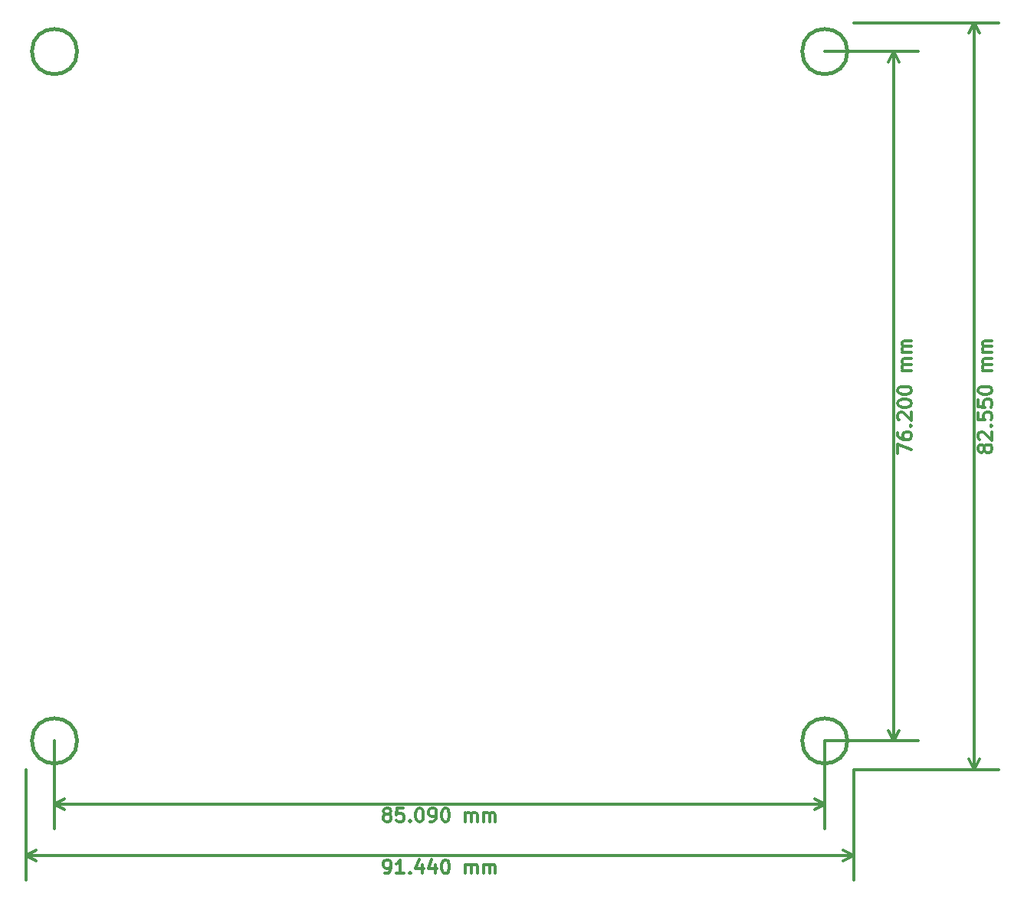
<source format=gbr>
G04 (created by PCBNEW (2013-june-11)-stable) date Thu 26 Jul 2018 16:45:46 EDT*
%MOIN*%
G04 Gerber Fmt 3.4, Leading zero omitted, Abs format*
%FSLAX34Y34*%
G01*
G70*
G90*
G04 APERTURE LIST*
%ADD10C,0.00590551*%
%ADD11C,0.011811*%
%ADD12C,0.015*%
G04 APERTURE END LIST*
G54D10*
G54D11*
X70929Y-63724D02*
X70929Y-63330D01*
X71520Y-63584D01*
X70929Y-62852D02*
X70929Y-62965D01*
X70958Y-63021D01*
X70986Y-63049D01*
X71070Y-63106D01*
X71183Y-63134D01*
X71408Y-63134D01*
X71464Y-63106D01*
X71492Y-63077D01*
X71520Y-63021D01*
X71520Y-62909D01*
X71492Y-62852D01*
X71464Y-62824D01*
X71408Y-62796D01*
X71267Y-62796D01*
X71211Y-62824D01*
X71183Y-62852D01*
X71154Y-62909D01*
X71154Y-63021D01*
X71183Y-63077D01*
X71211Y-63106D01*
X71267Y-63134D01*
X71464Y-62543D02*
X71492Y-62515D01*
X71520Y-62543D01*
X71492Y-62571D01*
X71464Y-62543D01*
X71520Y-62543D01*
X70986Y-62290D02*
X70958Y-62262D01*
X70929Y-62206D01*
X70929Y-62065D01*
X70958Y-62009D01*
X70986Y-61981D01*
X71042Y-61953D01*
X71098Y-61953D01*
X71183Y-61981D01*
X71520Y-62318D01*
X71520Y-61953D01*
X70929Y-61587D02*
X70929Y-61531D01*
X70958Y-61474D01*
X70986Y-61446D01*
X71042Y-61418D01*
X71154Y-61390D01*
X71295Y-61390D01*
X71408Y-61418D01*
X71464Y-61446D01*
X71492Y-61474D01*
X71520Y-61531D01*
X71520Y-61587D01*
X71492Y-61643D01*
X71464Y-61671D01*
X71408Y-61699D01*
X71295Y-61728D01*
X71154Y-61728D01*
X71042Y-61699D01*
X70986Y-61671D01*
X70958Y-61643D01*
X70929Y-61587D01*
X70929Y-61025D02*
X70929Y-60968D01*
X70958Y-60912D01*
X70986Y-60884D01*
X71042Y-60856D01*
X71154Y-60828D01*
X71295Y-60828D01*
X71408Y-60856D01*
X71464Y-60884D01*
X71492Y-60912D01*
X71520Y-60968D01*
X71520Y-61025D01*
X71492Y-61081D01*
X71464Y-61109D01*
X71408Y-61137D01*
X71295Y-61165D01*
X71154Y-61165D01*
X71042Y-61137D01*
X70986Y-61109D01*
X70958Y-61081D01*
X70929Y-61025D01*
X71520Y-60125D02*
X71126Y-60125D01*
X71183Y-60125D02*
X71154Y-60097D01*
X71126Y-60040D01*
X71126Y-59956D01*
X71154Y-59900D01*
X71211Y-59872D01*
X71520Y-59872D01*
X71211Y-59872D02*
X71154Y-59843D01*
X71126Y-59787D01*
X71126Y-59703D01*
X71154Y-59647D01*
X71211Y-59618D01*
X71520Y-59618D01*
X71520Y-59337D02*
X71126Y-59337D01*
X71183Y-59337D02*
X71154Y-59309D01*
X71126Y-59253D01*
X71126Y-59169D01*
X71154Y-59112D01*
X71211Y-59084D01*
X71520Y-59084D01*
X71211Y-59084D02*
X71154Y-59056D01*
X71126Y-59000D01*
X71126Y-58915D01*
X71154Y-58859D01*
X71211Y-58831D01*
X71520Y-58831D01*
X70750Y-76250D02*
X70750Y-46250D01*
X67750Y-76250D02*
X71812Y-76250D01*
X67750Y-46250D02*
X71812Y-46250D01*
X70750Y-46250D02*
X70980Y-46693D01*
X70750Y-46250D02*
X70519Y-46693D01*
X70750Y-76250D02*
X70980Y-75806D01*
X70750Y-76250D02*
X70519Y-75806D01*
X48665Y-79433D02*
X48609Y-79404D01*
X48581Y-79376D01*
X48553Y-79320D01*
X48553Y-79292D01*
X48581Y-79236D01*
X48609Y-79208D01*
X48665Y-79179D01*
X48778Y-79179D01*
X48834Y-79208D01*
X48862Y-79236D01*
X48890Y-79292D01*
X48890Y-79320D01*
X48862Y-79376D01*
X48834Y-79404D01*
X48778Y-79433D01*
X48665Y-79433D01*
X48609Y-79461D01*
X48581Y-79489D01*
X48553Y-79545D01*
X48553Y-79658D01*
X48581Y-79714D01*
X48609Y-79742D01*
X48665Y-79770D01*
X48778Y-79770D01*
X48834Y-79742D01*
X48862Y-79714D01*
X48890Y-79658D01*
X48890Y-79545D01*
X48862Y-79489D01*
X48834Y-79461D01*
X48778Y-79433D01*
X49425Y-79179D02*
X49143Y-79179D01*
X49115Y-79461D01*
X49143Y-79433D01*
X49200Y-79404D01*
X49340Y-79404D01*
X49397Y-79433D01*
X49425Y-79461D01*
X49453Y-79517D01*
X49453Y-79658D01*
X49425Y-79714D01*
X49397Y-79742D01*
X49340Y-79770D01*
X49200Y-79770D01*
X49143Y-79742D01*
X49115Y-79714D01*
X49706Y-79714D02*
X49734Y-79742D01*
X49706Y-79770D01*
X49678Y-79742D01*
X49706Y-79714D01*
X49706Y-79770D01*
X50100Y-79179D02*
X50156Y-79179D01*
X50212Y-79208D01*
X50240Y-79236D01*
X50268Y-79292D01*
X50296Y-79404D01*
X50296Y-79545D01*
X50268Y-79658D01*
X50240Y-79714D01*
X50212Y-79742D01*
X50156Y-79770D01*
X50100Y-79770D01*
X50043Y-79742D01*
X50015Y-79714D01*
X49987Y-79658D01*
X49959Y-79545D01*
X49959Y-79404D01*
X49987Y-79292D01*
X50015Y-79236D01*
X50043Y-79208D01*
X50100Y-79179D01*
X50578Y-79770D02*
X50690Y-79770D01*
X50746Y-79742D01*
X50775Y-79714D01*
X50831Y-79629D01*
X50859Y-79517D01*
X50859Y-79292D01*
X50831Y-79236D01*
X50803Y-79208D01*
X50746Y-79179D01*
X50634Y-79179D01*
X50578Y-79208D01*
X50550Y-79236D01*
X50521Y-79292D01*
X50521Y-79433D01*
X50550Y-79489D01*
X50578Y-79517D01*
X50634Y-79545D01*
X50746Y-79545D01*
X50803Y-79517D01*
X50831Y-79489D01*
X50859Y-79433D01*
X51224Y-79179D02*
X51281Y-79179D01*
X51337Y-79208D01*
X51365Y-79236D01*
X51393Y-79292D01*
X51421Y-79404D01*
X51421Y-79545D01*
X51393Y-79658D01*
X51365Y-79714D01*
X51337Y-79742D01*
X51281Y-79770D01*
X51224Y-79770D01*
X51168Y-79742D01*
X51140Y-79714D01*
X51112Y-79658D01*
X51084Y-79545D01*
X51084Y-79404D01*
X51112Y-79292D01*
X51140Y-79236D01*
X51168Y-79208D01*
X51224Y-79179D01*
X52124Y-79770D02*
X52124Y-79376D01*
X52124Y-79433D02*
X52152Y-79404D01*
X52209Y-79376D01*
X52293Y-79376D01*
X52349Y-79404D01*
X52377Y-79461D01*
X52377Y-79770D01*
X52377Y-79461D02*
X52406Y-79404D01*
X52462Y-79376D01*
X52546Y-79376D01*
X52602Y-79404D01*
X52631Y-79461D01*
X52631Y-79770D01*
X52912Y-79770D02*
X52912Y-79376D01*
X52912Y-79433D02*
X52940Y-79404D01*
X52996Y-79376D01*
X53080Y-79376D01*
X53137Y-79404D01*
X53165Y-79461D01*
X53165Y-79770D01*
X53165Y-79461D02*
X53193Y-79404D01*
X53249Y-79376D01*
X53334Y-79376D01*
X53390Y-79404D01*
X53418Y-79461D01*
X53418Y-79770D01*
X34250Y-78999D02*
X67750Y-78999D01*
X34250Y-76250D02*
X34250Y-80062D01*
X67750Y-76250D02*
X67750Y-80062D01*
X67750Y-78999D02*
X67306Y-79230D01*
X67750Y-78999D02*
X67306Y-78769D01*
X34250Y-78999D02*
X34693Y-79230D01*
X34250Y-78999D02*
X34693Y-78769D01*
X74683Y-63584D02*
X74654Y-63640D01*
X74626Y-63668D01*
X74570Y-63696D01*
X74542Y-63696D01*
X74486Y-63668D01*
X74458Y-63640D01*
X74429Y-63584D01*
X74429Y-63471D01*
X74458Y-63415D01*
X74486Y-63387D01*
X74542Y-63359D01*
X74570Y-63359D01*
X74626Y-63387D01*
X74654Y-63415D01*
X74683Y-63471D01*
X74683Y-63584D01*
X74711Y-63640D01*
X74739Y-63668D01*
X74795Y-63696D01*
X74908Y-63696D01*
X74964Y-63668D01*
X74992Y-63640D01*
X75020Y-63584D01*
X75020Y-63471D01*
X74992Y-63415D01*
X74964Y-63387D01*
X74908Y-63359D01*
X74795Y-63359D01*
X74739Y-63387D01*
X74711Y-63415D01*
X74683Y-63471D01*
X74486Y-63134D02*
X74458Y-63106D01*
X74429Y-63049D01*
X74429Y-62909D01*
X74458Y-62852D01*
X74486Y-62824D01*
X74542Y-62796D01*
X74598Y-62796D01*
X74683Y-62824D01*
X75020Y-63162D01*
X75020Y-62796D01*
X74964Y-62543D02*
X74992Y-62515D01*
X75020Y-62543D01*
X74992Y-62571D01*
X74964Y-62543D01*
X75020Y-62543D01*
X74429Y-61981D02*
X74429Y-62262D01*
X74711Y-62290D01*
X74683Y-62262D01*
X74654Y-62206D01*
X74654Y-62065D01*
X74683Y-62009D01*
X74711Y-61981D01*
X74767Y-61953D01*
X74908Y-61953D01*
X74964Y-61981D01*
X74992Y-62009D01*
X75020Y-62065D01*
X75020Y-62206D01*
X74992Y-62262D01*
X74964Y-62290D01*
X74429Y-61418D02*
X74429Y-61699D01*
X74711Y-61728D01*
X74683Y-61699D01*
X74654Y-61643D01*
X74654Y-61503D01*
X74683Y-61446D01*
X74711Y-61418D01*
X74767Y-61390D01*
X74908Y-61390D01*
X74964Y-61418D01*
X74992Y-61446D01*
X75020Y-61503D01*
X75020Y-61643D01*
X74992Y-61699D01*
X74964Y-61728D01*
X74429Y-61025D02*
X74429Y-60968D01*
X74458Y-60912D01*
X74486Y-60884D01*
X74542Y-60856D01*
X74654Y-60828D01*
X74795Y-60828D01*
X74908Y-60856D01*
X74964Y-60884D01*
X74992Y-60912D01*
X75020Y-60968D01*
X75020Y-61025D01*
X74992Y-61081D01*
X74964Y-61109D01*
X74908Y-61137D01*
X74795Y-61165D01*
X74654Y-61165D01*
X74542Y-61137D01*
X74486Y-61109D01*
X74458Y-61081D01*
X74429Y-61025D01*
X75020Y-60125D02*
X74626Y-60125D01*
X74683Y-60125D02*
X74654Y-60097D01*
X74626Y-60040D01*
X74626Y-59956D01*
X74654Y-59900D01*
X74711Y-59872D01*
X75020Y-59872D01*
X74711Y-59872D02*
X74654Y-59843D01*
X74626Y-59787D01*
X74626Y-59703D01*
X74654Y-59647D01*
X74711Y-59618D01*
X75020Y-59618D01*
X75020Y-59337D02*
X74626Y-59337D01*
X74683Y-59337D02*
X74654Y-59309D01*
X74626Y-59253D01*
X74626Y-59169D01*
X74654Y-59112D01*
X74711Y-59084D01*
X75020Y-59084D01*
X74711Y-59084D02*
X74654Y-59056D01*
X74626Y-59000D01*
X74626Y-58915D01*
X74654Y-58859D01*
X74711Y-58831D01*
X75020Y-58831D01*
X74250Y-77500D02*
X74250Y-45000D01*
X69000Y-77500D02*
X75312Y-77500D01*
X69000Y-45000D02*
X75312Y-45000D01*
X74250Y-45000D02*
X74480Y-45443D01*
X74250Y-45000D02*
X74019Y-45443D01*
X74250Y-77500D02*
X74480Y-77056D01*
X74250Y-77500D02*
X74019Y-77056D01*
X48609Y-82020D02*
X48722Y-82020D01*
X48778Y-81992D01*
X48806Y-81964D01*
X48862Y-81879D01*
X48890Y-81767D01*
X48890Y-81542D01*
X48862Y-81486D01*
X48834Y-81458D01*
X48778Y-81429D01*
X48665Y-81429D01*
X48609Y-81458D01*
X48581Y-81486D01*
X48553Y-81542D01*
X48553Y-81683D01*
X48581Y-81739D01*
X48609Y-81767D01*
X48665Y-81795D01*
X48778Y-81795D01*
X48834Y-81767D01*
X48862Y-81739D01*
X48890Y-81683D01*
X49453Y-82020D02*
X49115Y-82020D01*
X49284Y-82020D02*
X49284Y-81429D01*
X49228Y-81514D01*
X49172Y-81570D01*
X49115Y-81598D01*
X49706Y-81964D02*
X49734Y-81992D01*
X49706Y-82020D01*
X49678Y-81992D01*
X49706Y-81964D01*
X49706Y-82020D01*
X50240Y-81626D02*
X50240Y-82020D01*
X50100Y-81401D02*
X49959Y-81823D01*
X50325Y-81823D01*
X50803Y-81626D02*
X50803Y-82020D01*
X50662Y-81401D02*
X50521Y-81823D01*
X50887Y-81823D01*
X51224Y-81429D02*
X51281Y-81429D01*
X51337Y-81458D01*
X51365Y-81486D01*
X51393Y-81542D01*
X51421Y-81654D01*
X51421Y-81795D01*
X51393Y-81908D01*
X51365Y-81964D01*
X51337Y-81992D01*
X51281Y-82020D01*
X51224Y-82020D01*
X51168Y-81992D01*
X51140Y-81964D01*
X51112Y-81908D01*
X51084Y-81795D01*
X51084Y-81654D01*
X51112Y-81542D01*
X51140Y-81486D01*
X51168Y-81458D01*
X51224Y-81429D01*
X52124Y-82020D02*
X52124Y-81626D01*
X52124Y-81683D02*
X52152Y-81654D01*
X52209Y-81626D01*
X52293Y-81626D01*
X52349Y-81654D01*
X52377Y-81711D01*
X52377Y-82020D01*
X52377Y-81711D02*
X52406Y-81654D01*
X52462Y-81626D01*
X52546Y-81626D01*
X52602Y-81654D01*
X52631Y-81711D01*
X52631Y-82020D01*
X52912Y-82020D02*
X52912Y-81626D01*
X52912Y-81683D02*
X52940Y-81654D01*
X52996Y-81626D01*
X53080Y-81626D01*
X53137Y-81654D01*
X53165Y-81711D01*
X53165Y-82020D01*
X53165Y-81711D02*
X53193Y-81654D01*
X53249Y-81626D01*
X53334Y-81626D01*
X53390Y-81654D01*
X53418Y-81711D01*
X53418Y-82020D01*
X33000Y-81249D02*
X69000Y-81249D01*
X33000Y-77500D02*
X33000Y-82312D01*
X69000Y-77500D02*
X69000Y-82312D01*
X69000Y-81249D02*
X68556Y-81480D01*
X69000Y-81249D02*
X68556Y-81019D01*
X33000Y-81249D02*
X33443Y-81480D01*
X33000Y-81249D02*
X33443Y-81019D01*
G54D12*
X35234Y-46250D02*
G75*
G03X35234Y-46250I-984J0D01*
G74*
G01*
X68734Y-46250D02*
G75*
G03X68734Y-46250I-984J0D01*
G74*
G01*
X68734Y-76250D02*
G75*
G03X68734Y-76250I-984J0D01*
G74*
G01*
X35234Y-76250D02*
G75*
G03X35234Y-76250I-984J0D01*
G74*
G01*
M02*

</source>
